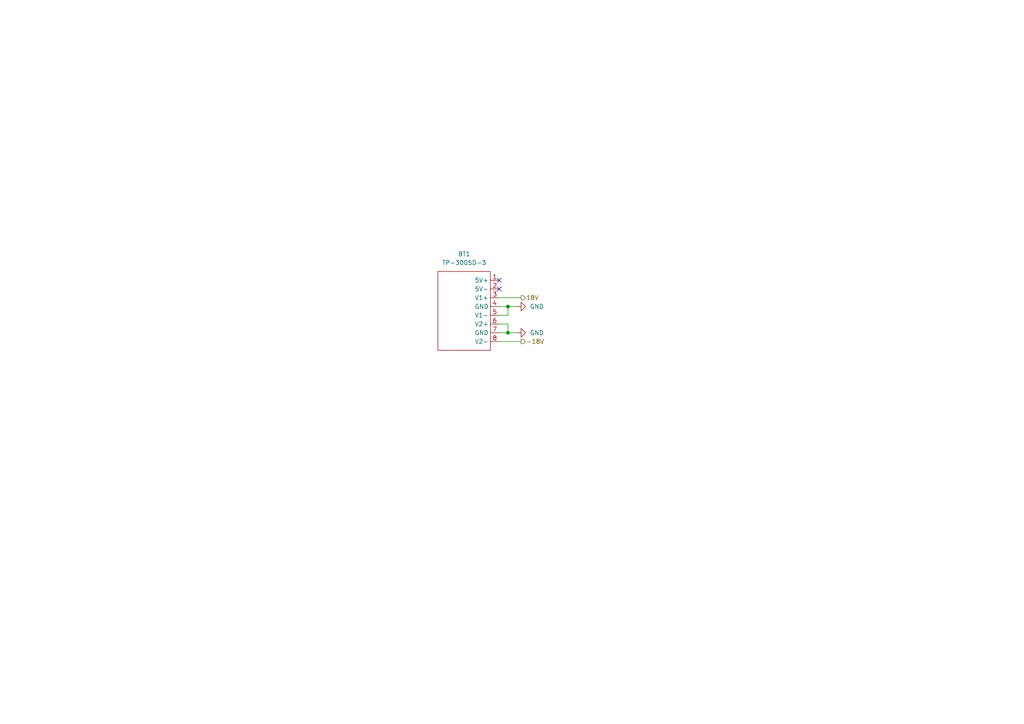
<source format=kicad_sch>
(kicad_sch (version 20250114) (generator "eeschema") (generator_version "9.0")
  (paper "A4")
  (lib_symbols
    (symbol "Custom:TP-3005D-3"
      (property "Reference" "BT" (at 0.254 15.748 0))
      (property "Value" "TP-3005D-3" (at 0.254 13.716 0))
      (symbol "TP-3005D-3_0_1"
        (rectangle (start -7.62 11.43) (end 7.62 -11.43))
      )
      (symbol "TP-3005D-3_1_1"
        (pin passive line (at 10.16 8.89 180) (length 2.54) (name "5V+") (number "1"))
        (pin passive line (at 10.16 6.35 180) (length 2.54) (name "5V-") (number "2"))
        (pin passive line (at 10.16 3.81 180) (length 2.54) (name "V1+") (number "3"))
        (pin passive line (at 10.16 1.27 180) (length 2.54) (name "GND") (number "4"))
        (pin passive line (at 10.16 -1.27 180) (length 2.54) (name "V1-") (number "5"))
        (pin passive line (at 10.16 -3.81 180) (length 2.54) (name "V2+") (number "6"))
        (pin passive line (at 10.16 -6.35 180) (length 2.54) (name "GND") (number "7"))
        (pin passive line (at 10.16 -8.89 180) (length 2.54) (name "V2-") (number "8"))
      )
    )
    (symbol "power:GND" (power) (pin_numbers (hide yes)) (pin_names (offset 0) (hide yes))
      (property "Value" "GND" (at 0 -3.81 0))
      (symbol "GND_0_1"
        (polyline (pts (xy 0 0) (xy 0 -1.27) (xy 1.27 -1.27) (xy 0 -2.54) (xy -1.27 -1.27) (xy 0 -1.27)))
      )
      (symbol "GND_1_1"
        (pin power_in line (at 0 0 270) (length 0) (name "~") (number "1"))
      )
    )
  )
  (junction (at 147.32 96.52))
  (junction (at 147.32 88.9))
  (no_connect (at 144.78 81.28))
  (no_connect (at 144.78 83.82))
  (wire (pts (xy 144.78 88.9) (xy 147.32 88.9)))
  (wire (pts (xy 144.78 93.98) (xy 147.32 93.98)))
  (wire (pts (xy 144.78 91.44) (xy 147.32 91.44)))
  (wire (pts (xy 147.32 88.9) (xy 149.86 88.9)))
  (wire (pts (xy 147.32 88.9) (xy 147.32 91.44)))
  (wire (pts (xy 147.32 96.52) (xy 147.32 93.98)))
  (wire (pts (xy 147.32 96.52) (xy 149.86 96.52)))
  (wire (pts (xy 144.78 99.06) (xy 151.13 99.06)))
  (wire (pts (xy 144.78 96.52) (xy 147.32 96.52)))
  (wire (pts (xy 144.78 86.36) (xy 151.13 86.36)))
  (hierarchical_label "-18V" (shape output) (at 151.13 99.06 0))
  (hierarchical_label "18V" (shape output) (at 151.13 86.36 0))
  (symbol (lib_id "power:GND") (at 149.86 96.52 90) (unit 1)
    (property "Reference" "#PWR02" (effects (hide yes)))
    (property "Value" "GND" (at 153.67 96.5199 90) (effects (justify right)))
    (property "Description" "Power symbol creates a global label with name \"GND\" , ground" (effects (hide yes)))
  )
  (symbol (lib_id "Custom:TP-3005D-3") (at 134.62 90.17 0) (unit 1)
    (property "Reference" "BT1" (at 134.62 73.66 0))
    (property "Value" "TP-3005D-3" (at 134.62 76.2 0))
  )
  (symbol (lib_id "power:GND") (at 149.86 88.9 90) (unit 1)
    (property "Reference" "#PWR01" (effects (hide yes)))
    (property "Value" "GND" (at 153.67 88.8999 90) (effects (justify right)))
    (property "Description" "Power symbol creates a global label with name \"GND\" , ground" (effects (hide yes)))
  )
)
</source>
